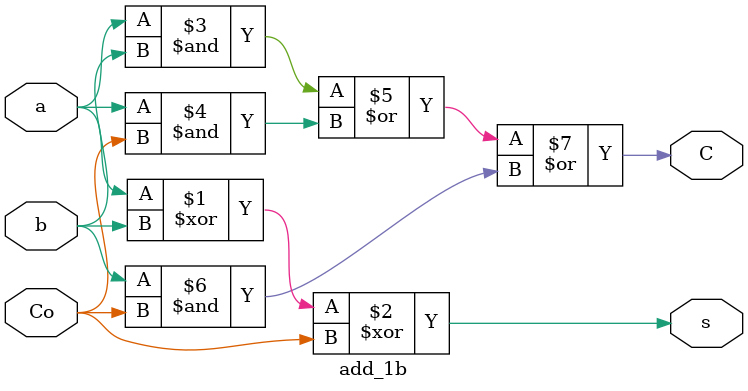
<source format=v>
`timescale 1ns / 1ps
module add_1b(input wire a, b, Co,
              output wire s, C
    );
    wire i, j, p, q;
    assign s=a^b^Co;
	 assign C=(a&b)|(a&Co)|(b&Co);
	 
endmodule

</source>
